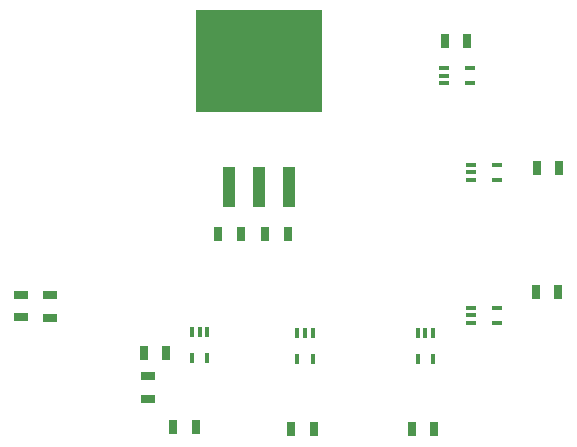
<source format=gbp>
G04 Layer_Color=128*
%FSLAX44Y44*%
%MOMM*%
G71*
G01*
G75*
%ADD10R,1.3000X0.7000*%
%ADD18R,0.7000X1.3000*%
%ADD19R,0.8500X0.3500*%
%ADD20R,0.3500X0.8500*%
%ADD21R,10.7000X8.6000*%
%ADD22R,1.0000X3.4000*%
D10*
X121000Y73500D02*
D03*
Y54500D02*
D03*
X38000Y142000D02*
D03*
Y123000D02*
D03*
X14000Y142500D02*
D03*
Y123500D02*
D03*
D18*
X220500Y194000D02*
D03*
X239500D02*
D03*
X180500D02*
D03*
X199500D02*
D03*
X117500Y93000D02*
D03*
X136500D02*
D03*
X372500Y357000D02*
D03*
X391500D02*
D03*
X469500Y250000D02*
D03*
X450500D02*
D03*
X468500Y145000D02*
D03*
X449500D02*
D03*
X363500Y29000D02*
D03*
X344500D02*
D03*
X261500D02*
D03*
X242500D02*
D03*
X161500Y30000D02*
D03*
X142500D02*
D03*
D19*
X394000Y334500D02*
D03*
Y321500D02*
D03*
X372000Y334500D02*
D03*
Y328000D02*
D03*
Y321500D02*
D03*
X417000Y252500D02*
D03*
Y239500D02*
D03*
X395000Y252500D02*
D03*
Y246000D02*
D03*
Y239500D02*
D03*
X417000Y131502D02*
D03*
Y118502D02*
D03*
X395000Y131502D02*
D03*
Y125002D02*
D03*
Y118502D02*
D03*
D20*
X362500Y88000D02*
D03*
X349500D02*
D03*
X362500Y110000D02*
D03*
X356000D02*
D03*
X349500D02*
D03*
X260500Y88000D02*
D03*
X247500D02*
D03*
X260500Y110000D02*
D03*
X254000D02*
D03*
X247500D02*
D03*
X171500Y89000D02*
D03*
X158500D02*
D03*
X171500Y111000D02*
D03*
X165000D02*
D03*
X158500D02*
D03*
D21*
X215000Y340000D02*
D03*
D22*
X189600Y234000D02*
D03*
X215000D02*
D03*
X240400D02*
D03*
M02*

</source>
